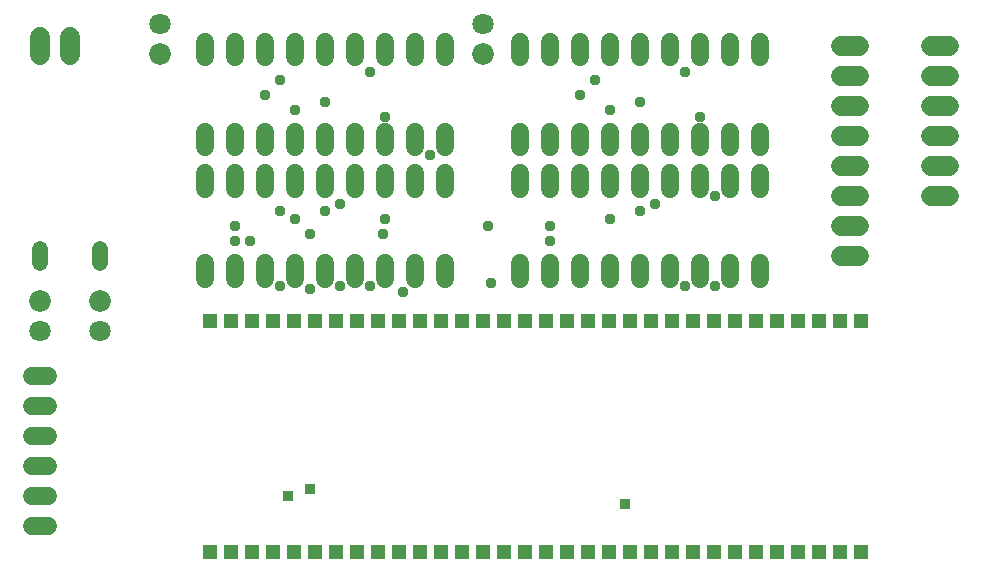
<source format=gbs>
G75*
G70*
%OFA0B0*%
%FSLAX24Y24*%
%IPPOS*%
%LPD*%
%AMOC8*
5,1,8,0,0,1.08239X$1,22.5*
%
%ADD10R,0.0516X0.0516*%
%ADD11C,0.0600*%
%ADD12C,0.0520*%
%ADD13C,0.0707*%
%ADD14C,0.0721*%
%ADD15C,0.0680*%
%ADD16C,0.0370*%
%ADD17R,0.0380X0.0380*%
%ADD18R,0.0370X0.0370*%
D10*
X007335Y000810D03*
X008035Y000810D03*
X008735Y000810D03*
X009435Y000810D03*
X010135Y000810D03*
X010835Y000810D03*
X011535Y000810D03*
X012235Y000810D03*
X012935Y000810D03*
X013635Y000810D03*
X014335Y000810D03*
X015035Y000810D03*
X015735Y000810D03*
X016435Y000810D03*
X017135Y000810D03*
X017835Y000810D03*
X018535Y000810D03*
X019235Y000810D03*
X019935Y000810D03*
X020635Y000810D03*
X021335Y000810D03*
X022035Y000810D03*
X022735Y000810D03*
X023435Y000810D03*
X024135Y000810D03*
X024835Y000810D03*
X025535Y000810D03*
X026235Y000810D03*
X026935Y000810D03*
X027635Y000810D03*
X028335Y000810D03*
X029035Y000810D03*
X029035Y008510D03*
X028335Y008510D03*
X027635Y008510D03*
X026935Y008510D03*
X026235Y008510D03*
X025535Y008510D03*
X024835Y008510D03*
X024135Y008510D03*
X023435Y008510D03*
X022735Y008510D03*
X022035Y008510D03*
X021335Y008510D03*
X020635Y008510D03*
X019935Y008510D03*
X019235Y008510D03*
X018535Y008510D03*
X017835Y008510D03*
X017135Y008510D03*
X016435Y008510D03*
X015735Y008510D03*
X015035Y008510D03*
X014335Y008510D03*
X013635Y008510D03*
X012935Y008510D03*
X012235Y008510D03*
X011535Y008510D03*
X010835Y008510D03*
X010135Y008510D03*
X009435Y008510D03*
X008735Y008510D03*
X008035Y008510D03*
X007335Y008510D03*
D11*
X001945Y001660D02*
X001425Y001660D01*
X001425Y002660D02*
X001945Y002660D01*
X001945Y003660D02*
X001425Y003660D01*
X001425Y004660D02*
X001945Y004660D01*
X001945Y005660D02*
X001425Y005660D01*
X001425Y006660D02*
X001945Y006660D01*
X007185Y009900D02*
X007185Y010420D01*
X008185Y010420D02*
X008185Y009900D01*
X009185Y009900D02*
X009185Y010420D01*
X010185Y010420D02*
X010185Y009900D01*
X011185Y009900D02*
X011185Y010420D01*
X012185Y010420D02*
X012185Y009900D01*
X013185Y009900D02*
X013185Y010420D01*
X014185Y010420D02*
X014185Y009900D01*
X015185Y009900D02*
X015185Y010420D01*
X017685Y010420D02*
X017685Y009900D01*
X018685Y009900D02*
X018685Y010420D01*
X019685Y010420D02*
X019685Y009900D01*
X020685Y009900D02*
X020685Y010420D01*
X021685Y010420D02*
X021685Y009900D01*
X022685Y009900D02*
X022685Y010420D01*
X023685Y010420D02*
X023685Y009900D01*
X024685Y009900D02*
X024685Y010420D01*
X025685Y010420D02*
X025685Y009900D01*
X025685Y012900D02*
X025685Y013420D01*
X024685Y013420D02*
X024685Y012900D01*
X023685Y012900D02*
X023685Y013420D01*
X022685Y013420D02*
X022685Y012900D01*
X021685Y012900D02*
X021685Y013420D01*
X020685Y013420D02*
X020685Y012900D01*
X019685Y012900D02*
X019685Y013420D01*
X018685Y013420D02*
X018685Y012900D01*
X017685Y012900D02*
X017685Y013420D01*
X017685Y014280D02*
X017685Y014800D01*
X018685Y014800D02*
X018685Y014280D01*
X019685Y014280D02*
X019685Y014800D01*
X020685Y014800D02*
X020685Y014280D01*
X021685Y014280D02*
X021685Y014800D01*
X022685Y014800D02*
X022685Y014280D01*
X023685Y014280D02*
X023685Y014800D01*
X024685Y014800D02*
X024685Y014280D01*
X025685Y014280D02*
X025685Y014800D01*
X025685Y017280D02*
X025685Y017800D01*
X024685Y017800D02*
X024685Y017280D01*
X023685Y017280D02*
X023685Y017800D01*
X022685Y017800D02*
X022685Y017280D01*
X021685Y017280D02*
X021685Y017800D01*
X020685Y017800D02*
X020685Y017280D01*
X019685Y017280D02*
X019685Y017800D01*
X018685Y017800D02*
X018685Y017280D01*
X017685Y017280D02*
X017685Y017800D01*
X015185Y017800D02*
X015185Y017280D01*
X014185Y017280D02*
X014185Y017800D01*
X013185Y017800D02*
X013185Y017280D01*
X012185Y017280D02*
X012185Y017800D01*
X011185Y017800D02*
X011185Y017280D01*
X010185Y017280D02*
X010185Y017800D01*
X009185Y017800D02*
X009185Y017280D01*
X008185Y017280D02*
X008185Y017800D01*
X007185Y017800D02*
X007185Y017280D01*
X007185Y014800D02*
X007185Y014280D01*
X008185Y014280D02*
X008185Y014800D01*
X009185Y014800D02*
X009185Y014280D01*
X010185Y014280D02*
X010185Y014800D01*
X011185Y014800D02*
X011185Y014280D01*
X012185Y014280D02*
X012185Y014800D01*
X013185Y014800D02*
X013185Y014280D01*
X014185Y014280D02*
X014185Y014800D01*
X015185Y014800D02*
X015185Y014280D01*
X015185Y013420D02*
X015185Y012900D01*
X014185Y012900D02*
X014185Y013420D01*
X013185Y013420D02*
X013185Y012900D01*
X012185Y012900D02*
X012185Y013420D01*
X011185Y013420D02*
X011185Y012900D01*
X010185Y012900D02*
X010185Y013420D01*
X009185Y013420D02*
X009185Y012900D01*
X008185Y012900D02*
X008185Y013420D01*
X007185Y013420D02*
X007185Y012900D01*
D12*
X003685Y010880D02*
X003685Y010440D01*
X001685Y010440D02*
X001685Y010880D01*
D13*
X001685Y008160D03*
X003685Y008160D03*
X005685Y018410D03*
X016435Y018410D03*
D14*
X016435Y017410D03*
X005685Y017410D03*
X003685Y009160D03*
X001685Y009160D03*
D15*
X001685Y017360D02*
X001685Y017960D01*
X002685Y017960D02*
X002685Y017360D01*
X028385Y017660D02*
X028985Y017660D01*
X028985Y016660D02*
X028385Y016660D01*
X028385Y015660D02*
X028985Y015660D01*
X028985Y014660D02*
X028385Y014660D01*
X028385Y013660D02*
X028985Y013660D01*
X028985Y012660D02*
X028385Y012660D01*
X028385Y011660D02*
X028985Y011660D01*
X028985Y010660D02*
X028385Y010660D01*
X031385Y012660D02*
X031985Y012660D01*
X031985Y013660D02*
X031385Y013660D01*
X031385Y014660D02*
X031985Y014660D01*
X031985Y015660D02*
X031385Y015660D01*
X031385Y016660D02*
X031985Y016660D01*
X031985Y017660D02*
X031385Y017660D01*
D16*
X023685Y015290D03*
X021685Y015790D03*
X020685Y015540D03*
X019685Y016040D03*
X020185Y016540D03*
X023185Y016790D03*
X024185Y012660D03*
X022185Y012410D03*
X021685Y012160D03*
X020685Y011910D03*
X018685Y011660D03*
X018685Y011160D03*
X016605Y011660D03*
X016725Y009760D03*
X013785Y009460D03*
X012685Y009660D03*
X011685Y009660D03*
X010665Y009550D03*
X009685Y009660D03*
X008685Y011160D03*
X008185Y011160D03*
X008185Y011660D03*
X009685Y012160D03*
X010185Y011910D03*
X010665Y011410D03*
X011185Y012160D03*
X011685Y012410D03*
X013185Y011910D03*
X013125Y011410D03*
X014685Y014040D03*
X013185Y015290D03*
X011185Y015790D03*
X010185Y015540D03*
X009185Y016040D03*
X009685Y016540D03*
X012685Y016790D03*
X023185Y009660D03*
X024185Y009660D03*
D17*
X021185Y002410D03*
D18*
X010685Y002910D03*
X009935Y002660D03*
M02*

</source>
